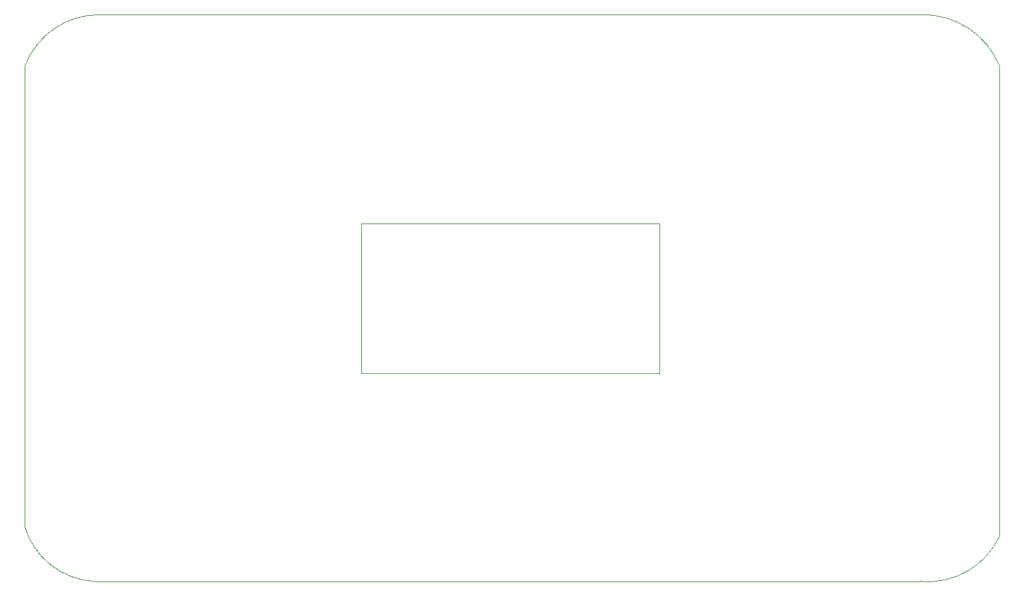
<source format=gbr>
%TF.GenerationSoftware,KiCad,Pcbnew,(6.0.9)*%
%TF.CreationDate,2022-11-23T15:21:19+02:00*%
%TF.ProjectId,case_adapter,63617365-5f61-4646-9170-7465722e6b69,rev?*%
%TF.SameCoordinates,Original*%
%TF.FileFunction,Profile,NP*%
%FSLAX46Y46*%
G04 Gerber Fmt 4.6, Leading zero omitted, Abs format (unit mm)*
G04 Created by KiCad (PCBNEW (6.0.9)) date 2022-11-23 15:21:19*
%MOMM*%
%LPD*%
G01*
G04 APERTURE LIST*
%TA.AperFunction,Profile*%
%ADD10C,0.100000*%
%TD*%
G04 APERTURE END LIST*
D10*
X115625800Y-86944200D02*
X155625800Y-86944200D01*
X155625800Y-86944200D02*
X155625800Y-106944200D01*
X155625800Y-106944200D02*
X115625800Y-106944200D01*
X115625800Y-106944200D02*
X115625800Y-86944200D01*
X190585200Y-134902600D02*
G75*
G03*
X201200000Y-128832800I973114J10614653D01*
G01*
X80585200Y-58902600D02*
G75*
G03*
X70535800Y-65822800I-83165J-10636115D01*
G01*
X70535801Y-127572800D02*
G75*
G03*
X79835200Y-134902600I9883719J2975560D01*
G01*
X201200000Y-128832800D02*
X201200000Y-65832800D01*
X201200000Y-65832800D02*
G75*
G03*
X190585200Y-58902600I-10256076J-4114653D01*
G01*
X79835200Y-134902600D02*
X190585200Y-134902600D01*
X190585200Y-58902600D02*
X80585200Y-58902600D01*
X70535800Y-65822800D02*
X70535800Y-127572800D01*
M02*

</source>
